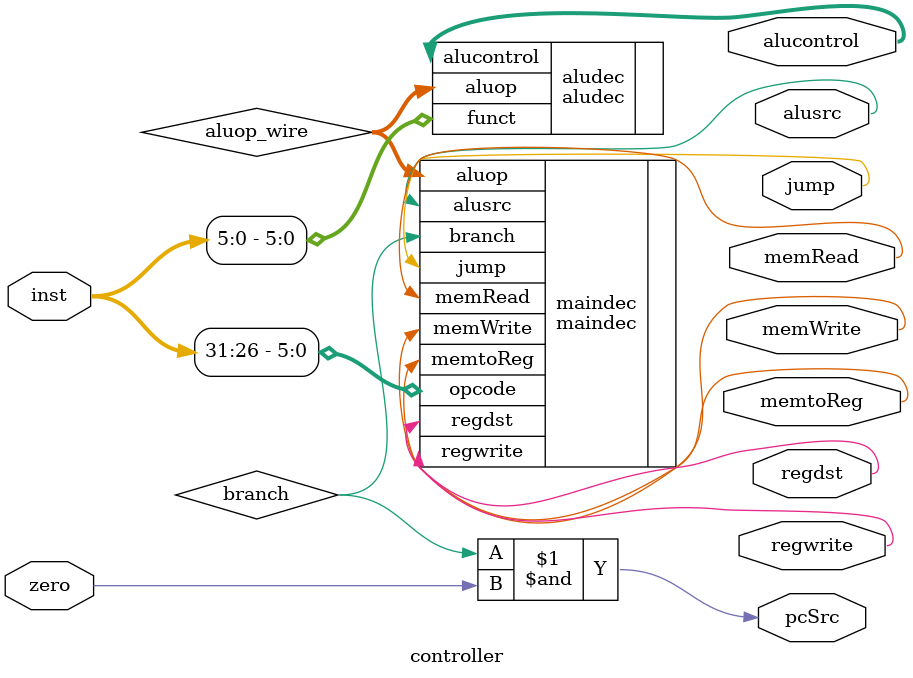
<source format=v>
`timescale 1ns / 1ps


module controller(
    input wire[31:0] inst,
    input wire zero,
    output wire regwrite, regdst, alusrc, pcSrc, memWrite, memRead, memtoReg, jump,
    output wire[2:0] alucontrol
    );
    
    wire[1:0] aluop_wire ;
    wire branch ;
    
    assign pcSrc = branch & zero ;
    
    maindec maindec(
        .opcode(inst[31:26]),
        .regwrite(regwrite), 
        .regdst(regdst), 
        .alusrc(alusrc), 
        .branch(branch), 
        .memWrite(memWrite), 
        .memRead(memRead),
        .memtoReg(memtoReg), 
        .jump(jump),
        .aluop(aluop_wire) 
    );
    
    aludec aludec(
        .funct(inst[5:0]),
        .aluop(aluop_wire),
        .alucontrol(alucontrol)
    );
endmodule

</source>
